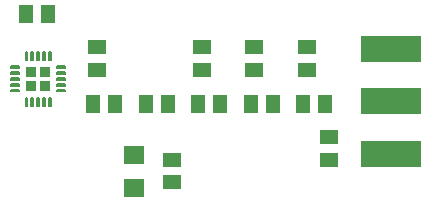
<source format=gtp>
G75*
%MOIN*%
%OFA0B0*%
%FSLAX25Y25*%
%IPPOS*%
%LPD*%
%AMOC8*
5,1,8,0,0,1.08239X$1,22.5*
%
%ADD10R,0.05118X0.05906*%
%ADD11R,0.07087X0.06299*%
%ADD12R,0.05906X0.05118*%
%ADD13R,0.03621X0.03621*%
%ADD14R,0.03621X0.03632*%
%ADD15R,0.03628X0.03621*%
%ADD16R,0.03632X0.03632*%
%ADD17C,0.00553*%
%ADD18R,0.20000X0.09000*%
D10*
X0065260Y0070502D03*
X0072740Y0070502D03*
X0082760Y0070502D03*
X0090240Y0070502D03*
X0100260Y0070502D03*
X0107740Y0070502D03*
X0117760Y0070502D03*
X0125240Y0070502D03*
X0135260Y0070502D03*
X0142740Y0070502D03*
X0050240Y0100502D03*
X0042760Y0100502D03*
D11*
X0079000Y0042490D03*
X0079000Y0053514D03*
D12*
X0091500Y0051742D03*
X0091500Y0044262D03*
X0144000Y0051762D03*
X0144000Y0059242D03*
X0136500Y0081762D03*
X0136500Y0089242D03*
X0119000Y0089242D03*
X0119000Y0081762D03*
X0101500Y0081762D03*
X0101500Y0089242D03*
X0066500Y0089242D03*
X0066500Y0081762D03*
D13*
X0044639Y0076446D03*
D14*
X0049251Y0076446D03*
D15*
X0044639Y0081056D03*
D16*
X0049251Y0081058D03*
D17*
X0053184Y0080955D02*
X0053184Y0080483D01*
X0053184Y0080955D02*
X0055938Y0080955D01*
X0055938Y0080483D01*
X0053184Y0080483D01*
X0053184Y0078986D02*
X0053184Y0078514D01*
X0053184Y0078986D02*
X0055938Y0078986D01*
X0055938Y0078514D01*
X0053184Y0078514D01*
X0053184Y0077017D02*
X0053184Y0076545D01*
X0053184Y0077017D02*
X0055938Y0077017D01*
X0055938Y0076545D01*
X0053184Y0076545D01*
X0053184Y0075049D02*
X0053184Y0074577D01*
X0053184Y0075049D02*
X0055938Y0075049D01*
X0055938Y0074577D01*
X0053184Y0074577D01*
X0051116Y0072509D02*
X0050644Y0072509D01*
X0051116Y0072509D02*
X0051116Y0069755D01*
X0050644Y0069755D01*
X0050644Y0072509D01*
X0050644Y0070307D02*
X0051116Y0070307D01*
X0051116Y0070859D02*
X0050644Y0070859D01*
X0050644Y0071411D02*
X0051116Y0071411D01*
X0051116Y0071963D02*
X0050644Y0071963D01*
X0049147Y0072509D02*
X0048675Y0072509D01*
X0049147Y0072509D02*
X0049147Y0069755D01*
X0048675Y0069755D01*
X0048675Y0072509D01*
X0048675Y0070307D02*
X0049147Y0070307D01*
X0049147Y0070859D02*
X0048675Y0070859D01*
X0048675Y0071411D02*
X0049147Y0071411D01*
X0049147Y0071963D02*
X0048675Y0071963D01*
X0047179Y0072509D02*
X0046707Y0072509D01*
X0047179Y0072509D02*
X0047179Y0069755D01*
X0046707Y0069755D01*
X0046707Y0072509D01*
X0046707Y0070307D02*
X0047179Y0070307D01*
X0047179Y0070859D02*
X0046707Y0070859D01*
X0046707Y0071411D02*
X0047179Y0071411D01*
X0047179Y0071963D02*
X0046707Y0071963D01*
X0045210Y0072509D02*
X0044738Y0072509D01*
X0045210Y0072509D02*
X0045210Y0069755D01*
X0044738Y0069755D01*
X0044738Y0072509D01*
X0044738Y0070307D02*
X0045210Y0070307D01*
X0045210Y0070859D02*
X0044738Y0070859D01*
X0044738Y0071411D02*
X0045210Y0071411D01*
X0045210Y0071963D02*
X0044738Y0071963D01*
X0043242Y0072509D02*
X0042770Y0072509D01*
X0043242Y0072509D02*
X0043242Y0069755D01*
X0042770Y0069755D01*
X0042770Y0072509D01*
X0042770Y0070307D02*
X0043242Y0070307D01*
X0043242Y0070859D02*
X0042770Y0070859D01*
X0042770Y0071411D02*
X0043242Y0071411D01*
X0043242Y0071963D02*
X0042770Y0071963D01*
X0040702Y0074577D02*
X0040702Y0075049D01*
X0040702Y0074577D02*
X0037948Y0074577D01*
X0037948Y0075049D01*
X0040702Y0075049D01*
X0040702Y0076545D02*
X0040702Y0077017D01*
X0040702Y0076545D02*
X0037948Y0076545D01*
X0037948Y0077017D01*
X0040702Y0077017D01*
X0040702Y0078514D02*
X0040702Y0078986D01*
X0040702Y0078514D02*
X0037948Y0078514D01*
X0037948Y0078986D01*
X0040702Y0078986D01*
X0040702Y0080483D02*
X0040702Y0080955D01*
X0040702Y0080483D02*
X0037948Y0080483D01*
X0037948Y0080955D01*
X0040702Y0080955D01*
X0040702Y0082451D02*
X0040702Y0082923D01*
X0040702Y0082451D02*
X0037948Y0082451D01*
X0037948Y0082923D01*
X0040702Y0082923D01*
X0042770Y0084991D02*
X0043242Y0084991D01*
X0042770Y0084991D02*
X0042770Y0087745D01*
X0043242Y0087745D01*
X0043242Y0084991D01*
X0043242Y0085543D02*
X0042770Y0085543D01*
X0042770Y0086095D02*
X0043242Y0086095D01*
X0043242Y0086647D02*
X0042770Y0086647D01*
X0042770Y0087199D02*
X0043242Y0087199D01*
X0044738Y0084991D02*
X0045210Y0084991D01*
X0044738Y0084991D02*
X0044738Y0087745D01*
X0045210Y0087745D01*
X0045210Y0084991D01*
X0045210Y0085543D02*
X0044738Y0085543D01*
X0044738Y0086095D02*
X0045210Y0086095D01*
X0045210Y0086647D02*
X0044738Y0086647D01*
X0044738Y0087199D02*
X0045210Y0087199D01*
X0046707Y0084991D02*
X0047179Y0084991D01*
X0046707Y0084991D02*
X0046707Y0087745D01*
X0047179Y0087745D01*
X0047179Y0084991D01*
X0047179Y0085543D02*
X0046707Y0085543D01*
X0046707Y0086095D02*
X0047179Y0086095D01*
X0047179Y0086647D02*
X0046707Y0086647D01*
X0046707Y0087199D02*
X0047179Y0087199D01*
X0048675Y0084991D02*
X0049147Y0084991D01*
X0048675Y0084991D02*
X0048675Y0087745D01*
X0049147Y0087745D01*
X0049147Y0084991D01*
X0049147Y0085543D02*
X0048675Y0085543D01*
X0048675Y0086095D02*
X0049147Y0086095D01*
X0049147Y0086647D02*
X0048675Y0086647D01*
X0048675Y0087199D02*
X0049147Y0087199D01*
X0050644Y0084991D02*
X0051116Y0084991D01*
X0050644Y0084991D02*
X0050644Y0087745D01*
X0051116Y0087745D01*
X0051116Y0084991D01*
X0051116Y0085543D02*
X0050644Y0085543D01*
X0050644Y0086095D02*
X0051116Y0086095D01*
X0051116Y0086647D02*
X0050644Y0086647D01*
X0050644Y0087199D02*
X0051116Y0087199D01*
X0053184Y0082923D02*
X0053184Y0082451D01*
X0053184Y0082923D02*
X0055938Y0082923D01*
X0055938Y0082451D01*
X0053184Y0082451D01*
D18*
X0164628Y0088650D03*
X0164628Y0071250D03*
X0164628Y0053850D03*
M02*

</source>
